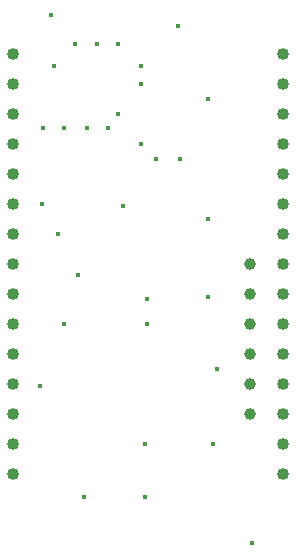
<source format=gbr>
%TF.GenerationSoftware,KiCad,Pcbnew,5.1.5+dfsg1-2~bpo10+1*%
%TF.CreationDate,2020-10-04T09:48:28+00:00*%
%TF.ProjectId,CO2,434f322e-6b69-4636-9164-5f7063625858,rev?*%
%TF.SameCoordinates,Original*%
%TF.FileFunction,Plated,1,2,PTH,Drill*%
%TF.FilePolarity,Positive*%
%FSLAX46Y46*%
G04 Gerber Fmt 4.6, Leading zero omitted, Abs format (unit mm)*
G04 Created by KiCad (PCBNEW 5.1.5+dfsg1-2~bpo10+1) date 2020-10-04 09:48:28*
%MOMM*%
%LPD*%
G04 APERTURE LIST*
%TA.AperFunction,ViaDrill*%
%ADD10C,0.400000*%
%TD*%
%TA.AperFunction,ComponentDrill*%
%ADD11C,1.000000*%
%TD*%
%TA.AperFunction,ComponentDrill*%
%ADD12C,1.016000*%
%TD*%
G04 APERTURE END LIST*
D10*
X2286000Y-28067000D03*
X2413000Y-12700000D03*
X2540000Y-6223000D03*
X3175000Y3302000D03*
X3429000Y-1016000D03*
X3810000Y-15240000D03*
X4318000Y-6223000D03*
X4318000Y-22860000D03*
X5207000Y889000D03*
X5461000Y-18669000D03*
X5969000Y-37465000D03*
X6223000Y-6223000D03*
X7112000Y889000D03*
X8001000Y-6223000D03*
X8889994Y-5080000D03*
X8890000Y889000D03*
X9271004Y-12827000D03*
X10795000Y-1016000D03*
X10795000Y-7619998D03*
X10795001Y-2539999D03*
X11176000Y-33020000D03*
X11176000Y-37465000D03*
X11303000Y-22860000D03*
X11303002Y-20701000D03*
X12065000Y-8890000D03*
X13970004Y2413000D03*
X14097000Y-8890000D03*
X16510000Y-3810000D03*
X16510000Y-13970000D03*
X16510000Y-20574000D03*
X16891000Y-33020000D03*
X17272000Y-26670000D03*
X20193000Y-41402000D03*
D11*
%TO.C,J3*%
X20066000Y-17780000D03*
X20066000Y-20320000D03*
X20066000Y-22860000D03*
X20066000Y-25400000D03*
X20066000Y-27940000D03*
X20066000Y-30480000D03*
D12*
%TO.C,U1*%
X0Y0D03*
X0Y-2540000D03*
X0Y-5080000D03*
X0Y-7620000D03*
X0Y-10160000D03*
X0Y-12700000D03*
X0Y-15240000D03*
X0Y-17780000D03*
X0Y-20320000D03*
X0Y-22860000D03*
X0Y-25400000D03*
X0Y-27940000D03*
X0Y-30480000D03*
X0Y-33020000D03*
X0Y-35560000D03*
X22860000Y0D03*
X22860000Y-2540000D03*
X22860000Y-5080000D03*
X22860000Y-7620000D03*
X22860000Y-10160000D03*
X22860000Y-12700000D03*
X22860000Y-15240000D03*
X22860000Y-17780000D03*
X22860000Y-20320000D03*
X22860000Y-22860000D03*
X22860000Y-25400000D03*
X22860000Y-27940000D03*
X22860000Y-30480000D03*
X22860000Y-33020000D03*
X22860000Y-35560000D03*
M02*

</source>
